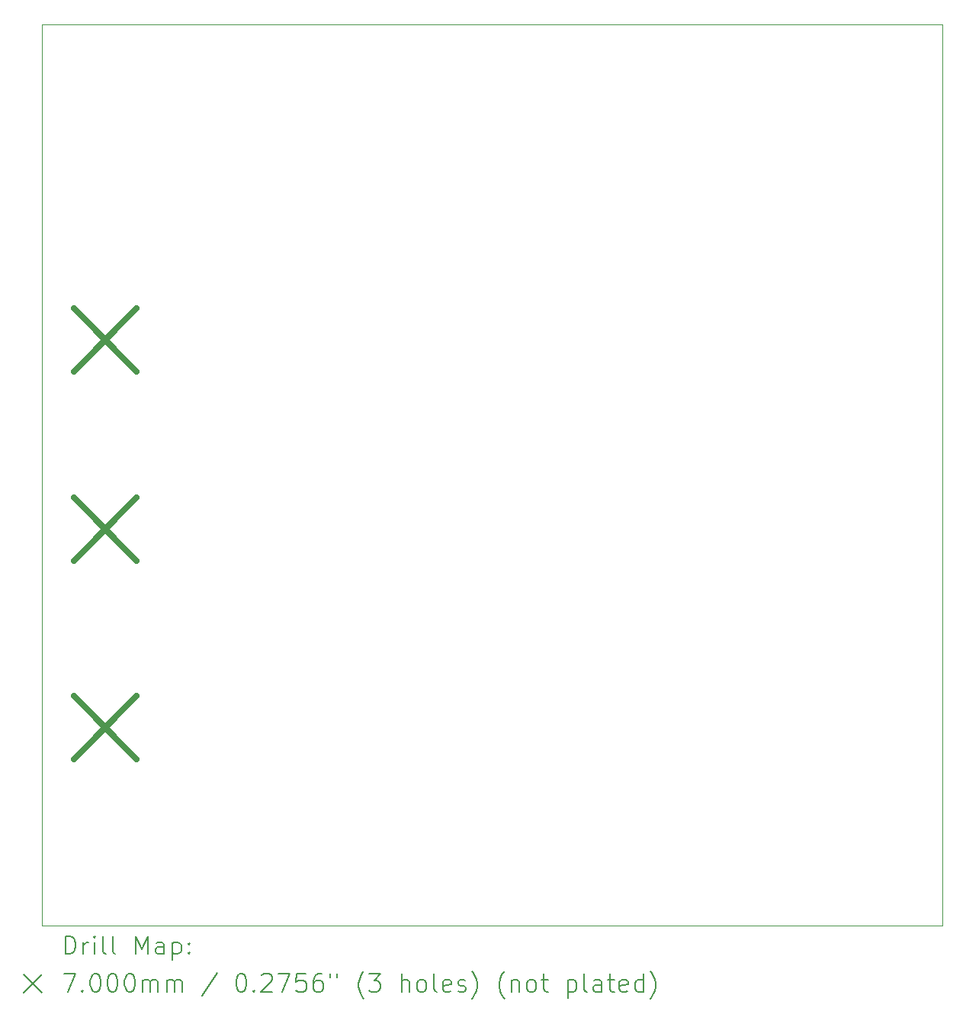
<source format=gbr>
%TF.GenerationSoftware,KiCad,Pcbnew,7.0.11+dfsg-1build4*%
%TF.CreationDate,2025-01-11T13:27:20-06:00*%
%TF.ProjectId,InductorAntenna,496e6475-6374-46f7-9241-6e74656e6e61,rev?*%
%TF.SameCoordinates,Original*%
%TF.FileFunction,Drillmap*%
%TF.FilePolarity,Positive*%
%FSLAX45Y45*%
G04 Gerber Fmt 4.5, Leading zero omitted, Abs format (unit mm)*
G04 Created by KiCad (PCBNEW 7.0.11+dfsg-1build4) date 2025-01-11 13:27:20*
%MOMM*%
%LPD*%
G01*
G04 APERTURE LIST*
%ADD10C,0.050000*%
%ADD11C,0.200000*%
%ADD12C,0.700000*%
G04 APERTURE END LIST*
D10*
X15000000Y-5000000D02*
X15000000Y-15000000D01*
X5000000Y-5000000D02*
X15000000Y-5000000D01*
X15000000Y-15000000D02*
X5000000Y-15000000D01*
X5000000Y-15000000D02*
X5000000Y-5000000D01*
D11*
D12*
X5350000Y-8150000D02*
X6050000Y-8850000D01*
X6050000Y-8150000D02*
X5350000Y-8850000D01*
X5350000Y-10250000D02*
X6050000Y-10950000D01*
X6050000Y-10250000D02*
X5350000Y-10950000D01*
X5350000Y-12450000D02*
X6050000Y-13150000D01*
X6050000Y-12450000D02*
X5350000Y-13150000D01*
D11*
X5258277Y-15313984D02*
X5258277Y-15113984D01*
X5258277Y-15113984D02*
X5305896Y-15113984D01*
X5305896Y-15113984D02*
X5334467Y-15123508D01*
X5334467Y-15123508D02*
X5353515Y-15142555D01*
X5353515Y-15142555D02*
X5363039Y-15161603D01*
X5363039Y-15161603D02*
X5372563Y-15199698D01*
X5372563Y-15199698D02*
X5372563Y-15228269D01*
X5372563Y-15228269D02*
X5363039Y-15266365D01*
X5363039Y-15266365D02*
X5353515Y-15285412D01*
X5353515Y-15285412D02*
X5334467Y-15304460D01*
X5334467Y-15304460D02*
X5305896Y-15313984D01*
X5305896Y-15313984D02*
X5258277Y-15313984D01*
X5458277Y-15313984D02*
X5458277Y-15180650D01*
X5458277Y-15218746D02*
X5467801Y-15199698D01*
X5467801Y-15199698D02*
X5477324Y-15190174D01*
X5477324Y-15190174D02*
X5496372Y-15180650D01*
X5496372Y-15180650D02*
X5515420Y-15180650D01*
X5582086Y-15313984D02*
X5582086Y-15180650D01*
X5582086Y-15113984D02*
X5572563Y-15123508D01*
X5572563Y-15123508D02*
X5582086Y-15133031D01*
X5582086Y-15133031D02*
X5591610Y-15123508D01*
X5591610Y-15123508D02*
X5582086Y-15113984D01*
X5582086Y-15113984D02*
X5582086Y-15133031D01*
X5705896Y-15313984D02*
X5686848Y-15304460D01*
X5686848Y-15304460D02*
X5677324Y-15285412D01*
X5677324Y-15285412D02*
X5677324Y-15113984D01*
X5810658Y-15313984D02*
X5791610Y-15304460D01*
X5791610Y-15304460D02*
X5782086Y-15285412D01*
X5782086Y-15285412D02*
X5782086Y-15113984D01*
X6039229Y-15313984D02*
X6039229Y-15113984D01*
X6039229Y-15113984D02*
X6105896Y-15256841D01*
X6105896Y-15256841D02*
X6172562Y-15113984D01*
X6172562Y-15113984D02*
X6172562Y-15313984D01*
X6353515Y-15313984D02*
X6353515Y-15209222D01*
X6353515Y-15209222D02*
X6343991Y-15190174D01*
X6343991Y-15190174D02*
X6324943Y-15180650D01*
X6324943Y-15180650D02*
X6286848Y-15180650D01*
X6286848Y-15180650D02*
X6267801Y-15190174D01*
X6353515Y-15304460D02*
X6334467Y-15313984D01*
X6334467Y-15313984D02*
X6286848Y-15313984D01*
X6286848Y-15313984D02*
X6267801Y-15304460D01*
X6267801Y-15304460D02*
X6258277Y-15285412D01*
X6258277Y-15285412D02*
X6258277Y-15266365D01*
X6258277Y-15266365D02*
X6267801Y-15247317D01*
X6267801Y-15247317D02*
X6286848Y-15237793D01*
X6286848Y-15237793D02*
X6334467Y-15237793D01*
X6334467Y-15237793D02*
X6353515Y-15228269D01*
X6448753Y-15180650D02*
X6448753Y-15380650D01*
X6448753Y-15190174D02*
X6467801Y-15180650D01*
X6467801Y-15180650D02*
X6505896Y-15180650D01*
X6505896Y-15180650D02*
X6524943Y-15190174D01*
X6524943Y-15190174D02*
X6534467Y-15199698D01*
X6534467Y-15199698D02*
X6543991Y-15218746D01*
X6543991Y-15218746D02*
X6543991Y-15275888D01*
X6543991Y-15275888D02*
X6534467Y-15294936D01*
X6534467Y-15294936D02*
X6524943Y-15304460D01*
X6524943Y-15304460D02*
X6505896Y-15313984D01*
X6505896Y-15313984D02*
X6467801Y-15313984D01*
X6467801Y-15313984D02*
X6448753Y-15304460D01*
X6629705Y-15294936D02*
X6639229Y-15304460D01*
X6639229Y-15304460D02*
X6629705Y-15313984D01*
X6629705Y-15313984D02*
X6620182Y-15304460D01*
X6620182Y-15304460D02*
X6629705Y-15294936D01*
X6629705Y-15294936D02*
X6629705Y-15313984D01*
X6629705Y-15190174D02*
X6639229Y-15199698D01*
X6639229Y-15199698D02*
X6629705Y-15209222D01*
X6629705Y-15209222D02*
X6620182Y-15199698D01*
X6620182Y-15199698D02*
X6629705Y-15190174D01*
X6629705Y-15190174D02*
X6629705Y-15209222D01*
X4797500Y-15542500D02*
X4997500Y-15742500D01*
X4997500Y-15542500D02*
X4797500Y-15742500D01*
X5239229Y-15533984D02*
X5372563Y-15533984D01*
X5372563Y-15533984D02*
X5286848Y-15733984D01*
X5448753Y-15714936D02*
X5458277Y-15724460D01*
X5458277Y-15724460D02*
X5448753Y-15733984D01*
X5448753Y-15733984D02*
X5439229Y-15724460D01*
X5439229Y-15724460D02*
X5448753Y-15714936D01*
X5448753Y-15714936D02*
X5448753Y-15733984D01*
X5582086Y-15533984D02*
X5601134Y-15533984D01*
X5601134Y-15533984D02*
X5620182Y-15543508D01*
X5620182Y-15543508D02*
X5629705Y-15553031D01*
X5629705Y-15553031D02*
X5639229Y-15572079D01*
X5639229Y-15572079D02*
X5648753Y-15610174D01*
X5648753Y-15610174D02*
X5648753Y-15657793D01*
X5648753Y-15657793D02*
X5639229Y-15695888D01*
X5639229Y-15695888D02*
X5629705Y-15714936D01*
X5629705Y-15714936D02*
X5620182Y-15724460D01*
X5620182Y-15724460D02*
X5601134Y-15733984D01*
X5601134Y-15733984D02*
X5582086Y-15733984D01*
X5582086Y-15733984D02*
X5563039Y-15724460D01*
X5563039Y-15724460D02*
X5553515Y-15714936D01*
X5553515Y-15714936D02*
X5543991Y-15695888D01*
X5543991Y-15695888D02*
X5534467Y-15657793D01*
X5534467Y-15657793D02*
X5534467Y-15610174D01*
X5534467Y-15610174D02*
X5543991Y-15572079D01*
X5543991Y-15572079D02*
X5553515Y-15553031D01*
X5553515Y-15553031D02*
X5563039Y-15543508D01*
X5563039Y-15543508D02*
X5582086Y-15533984D01*
X5772562Y-15533984D02*
X5791610Y-15533984D01*
X5791610Y-15533984D02*
X5810658Y-15543508D01*
X5810658Y-15543508D02*
X5820182Y-15553031D01*
X5820182Y-15553031D02*
X5829705Y-15572079D01*
X5829705Y-15572079D02*
X5839229Y-15610174D01*
X5839229Y-15610174D02*
X5839229Y-15657793D01*
X5839229Y-15657793D02*
X5829705Y-15695888D01*
X5829705Y-15695888D02*
X5820182Y-15714936D01*
X5820182Y-15714936D02*
X5810658Y-15724460D01*
X5810658Y-15724460D02*
X5791610Y-15733984D01*
X5791610Y-15733984D02*
X5772562Y-15733984D01*
X5772562Y-15733984D02*
X5753515Y-15724460D01*
X5753515Y-15724460D02*
X5743991Y-15714936D01*
X5743991Y-15714936D02*
X5734467Y-15695888D01*
X5734467Y-15695888D02*
X5724943Y-15657793D01*
X5724943Y-15657793D02*
X5724943Y-15610174D01*
X5724943Y-15610174D02*
X5734467Y-15572079D01*
X5734467Y-15572079D02*
X5743991Y-15553031D01*
X5743991Y-15553031D02*
X5753515Y-15543508D01*
X5753515Y-15543508D02*
X5772562Y-15533984D01*
X5963039Y-15533984D02*
X5982086Y-15533984D01*
X5982086Y-15533984D02*
X6001134Y-15543508D01*
X6001134Y-15543508D02*
X6010658Y-15553031D01*
X6010658Y-15553031D02*
X6020182Y-15572079D01*
X6020182Y-15572079D02*
X6029705Y-15610174D01*
X6029705Y-15610174D02*
X6029705Y-15657793D01*
X6029705Y-15657793D02*
X6020182Y-15695888D01*
X6020182Y-15695888D02*
X6010658Y-15714936D01*
X6010658Y-15714936D02*
X6001134Y-15724460D01*
X6001134Y-15724460D02*
X5982086Y-15733984D01*
X5982086Y-15733984D02*
X5963039Y-15733984D01*
X5963039Y-15733984D02*
X5943991Y-15724460D01*
X5943991Y-15724460D02*
X5934467Y-15714936D01*
X5934467Y-15714936D02*
X5924943Y-15695888D01*
X5924943Y-15695888D02*
X5915420Y-15657793D01*
X5915420Y-15657793D02*
X5915420Y-15610174D01*
X5915420Y-15610174D02*
X5924943Y-15572079D01*
X5924943Y-15572079D02*
X5934467Y-15553031D01*
X5934467Y-15553031D02*
X5943991Y-15543508D01*
X5943991Y-15543508D02*
X5963039Y-15533984D01*
X6115420Y-15733984D02*
X6115420Y-15600650D01*
X6115420Y-15619698D02*
X6124943Y-15610174D01*
X6124943Y-15610174D02*
X6143991Y-15600650D01*
X6143991Y-15600650D02*
X6172563Y-15600650D01*
X6172563Y-15600650D02*
X6191610Y-15610174D01*
X6191610Y-15610174D02*
X6201134Y-15629222D01*
X6201134Y-15629222D02*
X6201134Y-15733984D01*
X6201134Y-15629222D02*
X6210658Y-15610174D01*
X6210658Y-15610174D02*
X6229705Y-15600650D01*
X6229705Y-15600650D02*
X6258277Y-15600650D01*
X6258277Y-15600650D02*
X6277324Y-15610174D01*
X6277324Y-15610174D02*
X6286848Y-15629222D01*
X6286848Y-15629222D02*
X6286848Y-15733984D01*
X6382086Y-15733984D02*
X6382086Y-15600650D01*
X6382086Y-15619698D02*
X6391610Y-15610174D01*
X6391610Y-15610174D02*
X6410658Y-15600650D01*
X6410658Y-15600650D02*
X6439229Y-15600650D01*
X6439229Y-15600650D02*
X6458277Y-15610174D01*
X6458277Y-15610174D02*
X6467801Y-15629222D01*
X6467801Y-15629222D02*
X6467801Y-15733984D01*
X6467801Y-15629222D02*
X6477324Y-15610174D01*
X6477324Y-15610174D02*
X6496372Y-15600650D01*
X6496372Y-15600650D02*
X6524943Y-15600650D01*
X6524943Y-15600650D02*
X6543991Y-15610174D01*
X6543991Y-15610174D02*
X6553515Y-15629222D01*
X6553515Y-15629222D02*
X6553515Y-15733984D01*
X6943991Y-15524460D02*
X6772563Y-15781603D01*
X7201134Y-15533984D02*
X7220182Y-15533984D01*
X7220182Y-15533984D02*
X7239229Y-15543508D01*
X7239229Y-15543508D02*
X7248753Y-15553031D01*
X7248753Y-15553031D02*
X7258277Y-15572079D01*
X7258277Y-15572079D02*
X7267801Y-15610174D01*
X7267801Y-15610174D02*
X7267801Y-15657793D01*
X7267801Y-15657793D02*
X7258277Y-15695888D01*
X7258277Y-15695888D02*
X7248753Y-15714936D01*
X7248753Y-15714936D02*
X7239229Y-15724460D01*
X7239229Y-15724460D02*
X7220182Y-15733984D01*
X7220182Y-15733984D02*
X7201134Y-15733984D01*
X7201134Y-15733984D02*
X7182086Y-15724460D01*
X7182086Y-15724460D02*
X7172563Y-15714936D01*
X7172563Y-15714936D02*
X7163039Y-15695888D01*
X7163039Y-15695888D02*
X7153515Y-15657793D01*
X7153515Y-15657793D02*
X7153515Y-15610174D01*
X7153515Y-15610174D02*
X7163039Y-15572079D01*
X7163039Y-15572079D02*
X7172563Y-15553031D01*
X7172563Y-15553031D02*
X7182086Y-15543508D01*
X7182086Y-15543508D02*
X7201134Y-15533984D01*
X7353515Y-15714936D02*
X7363039Y-15724460D01*
X7363039Y-15724460D02*
X7353515Y-15733984D01*
X7353515Y-15733984D02*
X7343991Y-15724460D01*
X7343991Y-15724460D02*
X7353515Y-15714936D01*
X7353515Y-15714936D02*
X7353515Y-15733984D01*
X7439229Y-15553031D02*
X7448753Y-15543508D01*
X7448753Y-15543508D02*
X7467801Y-15533984D01*
X7467801Y-15533984D02*
X7515420Y-15533984D01*
X7515420Y-15533984D02*
X7534467Y-15543508D01*
X7534467Y-15543508D02*
X7543991Y-15553031D01*
X7543991Y-15553031D02*
X7553515Y-15572079D01*
X7553515Y-15572079D02*
X7553515Y-15591127D01*
X7553515Y-15591127D02*
X7543991Y-15619698D01*
X7543991Y-15619698D02*
X7429706Y-15733984D01*
X7429706Y-15733984D02*
X7553515Y-15733984D01*
X7620182Y-15533984D02*
X7753515Y-15533984D01*
X7753515Y-15533984D02*
X7667801Y-15733984D01*
X7924944Y-15533984D02*
X7829706Y-15533984D01*
X7829706Y-15533984D02*
X7820182Y-15629222D01*
X7820182Y-15629222D02*
X7829706Y-15619698D01*
X7829706Y-15619698D02*
X7848753Y-15610174D01*
X7848753Y-15610174D02*
X7896372Y-15610174D01*
X7896372Y-15610174D02*
X7915420Y-15619698D01*
X7915420Y-15619698D02*
X7924944Y-15629222D01*
X7924944Y-15629222D02*
X7934467Y-15648269D01*
X7934467Y-15648269D02*
X7934467Y-15695888D01*
X7934467Y-15695888D02*
X7924944Y-15714936D01*
X7924944Y-15714936D02*
X7915420Y-15724460D01*
X7915420Y-15724460D02*
X7896372Y-15733984D01*
X7896372Y-15733984D02*
X7848753Y-15733984D01*
X7848753Y-15733984D02*
X7829706Y-15724460D01*
X7829706Y-15724460D02*
X7820182Y-15714936D01*
X8105896Y-15533984D02*
X8067801Y-15533984D01*
X8067801Y-15533984D02*
X8048753Y-15543508D01*
X8048753Y-15543508D02*
X8039229Y-15553031D01*
X8039229Y-15553031D02*
X8020182Y-15581603D01*
X8020182Y-15581603D02*
X8010658Y-15619698D01*
X8010658Y-15619698D02*
X8010658Y-15695888D01*
X8010658Y-15695888D02*
X8020182Y-15714936D01*
X8020182Y-15714936D02*
X8029706Y-15724460D01*
X8029706Y-15724460D02*
X8048753Y-15733984D01*
X8048753Y-15733984D02*
X8086848Y-15733984D01*
X8086848Y-15733984D02*
X8105896Y-15724460D01*
X8105896Y-15724460D02*
X8115420Y-15714936D01*
X8115420Y-15714936D02*
X8124944Y-15695888D01*
X8124944Y-15695888D02*
X8124944Y-15648269D01*
X8124944Y-15648269D02*
X8115420Y-15629222D01*
X8115420Y-15629222D02*
X8105896Y-15619698D01*
X8105896Y-15619698D02*
X8086848Y-15610174D01*
X8086848Y-15610174D02*
X8048753Y-15610174D01*
X8048753Y-15610174D02*
X8029706Y-15619698D01*
X8029706Y-15619698D02*
X8020182Y-15629222D01*
X8020182Y-15629222D02*
X8010658Y-15648269D01*
X8201134Y-15533984D02*
X8201134Y-15572079D01*
X8277325Y-15533984D02*
X8277325Y-15572079D01*
X8572563Y-15810174D02*
X8563039Y-15800650D01*
X8563039Y-15800650D02*
X8543991Y-15772079D01*
X8543991Y-15772079D02*
X8534468Y-15753031D01*
X8534468Y-15753031D02*
X8524944Y-15724460D01*
X8524944Y-15724460D02*
X8515420Y-15676841D01*
X8515420Y-15676841D02*
X8515420Y-15638746D01*
X8515420Y-15638746D02*
X8524944Y-15591127D01*
X8524944Y-15591127D02*
X8534468Y-15562555D01*
X8534468Y-15562555D02*
X8543991Y-15543508D01*
X8543991Y-15543508D02*
X8563039Y-15514936D01*
X8563039Y-15514936D02*
X8572563Y-15505412D01*
X8629706Y-15533984D02*
X8753515Y-15533984D01*
X8753515Y-15533984D02*
X8686849Y-15610174D01*
X8686849Y-15610174D02*
X8715420Y-15610174D01*
X8715420Y-15610174D02*
X8734468Y-15619698D01*
X8734468Y-15619698D02*
X8743991Y-15629222D01*
X8743991Y-15629222D02*
X8753515Y-15648269D01*
X8753515Y-15648269D02*
X8753515Y-15695888D01*
X8753515Y-15695888D02*
X8743991Y-15714936D01*
X8743991Y-15714936D02*
X8734468Y-15724460D01*
X8734468Y-15724460D02*
X8715420Y-15733984D01*
X8715420Y-15733984D02*
X8658277Y-15733984D01*
X8658277Y-15733984D02*
X8639230Y-15724460D01*
X8639230Y-15724460D02*
X8629706Y-15714936D01*
X8991611Y-15733984D02*
X8991611Y-15533984D01*
X9077325Y-15733984D02*
X9077325Y-15629222D01*
X9077325Y-15629222D02*
X9067801Y-15610174D01*
X9067801Y-15610174D02*
X9048753Y-15600650D01*
X9048753Y-15600650D02*
X9020182Y-15600650D01*
X9020182Y-15600650D02*
X9001134Y-15610174D01*
X9001134Y-15610174D02*
X8991611Y-15619698D01*
X9201134Y-15733984D02*
X9182087Y-15724460D01*
X9182087Y-15724460D02*
X9172563Y-15714936D01*
X9172563Y-15714936D02*
X9163039Y-15695888D01*
X9163039Y-15695888D02*
X9163039Y-15638746D01*
X9163039Y-15638746D02*
X9172563Y-15619698D01*
X9172563Y-15619698D02*
X9182087Y-15610174D01*
X9182087Y-15610174D02*
X9201134Y-15600650D01*
X9201134Y-15600650D02*
X9229706Y-15600650D01*
X9229706Y-15600650D02*
X9248753Y-15610174D01*
X9248753Y-15610174D02*
X9258277Y-15619698D01*
X9258277Y-15619698D02*
X9267801Y-15638746D01*
X9267801Y-15638746D02*
X9267801Y-15695888D01*
X9267801Y-15695888D02*
X9258277Y-15714936D01*
X9258277Y-15714936D02*
X9248753Y-15724460D01*
X9248753Y-15724460D02*
X9229706Y-15733984D01*
X9229706Y-15733984D02*
X9201134Y-15733984D01*
X9382087Y-15733984D02*
X9363039Y-15724460D01*
X9363039Y-15724460D02*
X9353515Y-15705412D01*
X9353515Y-15705412D02*
X9353515Y-15533984D01*
X9534468Y-15724460D02*
X9515420Y-15733984D01*
X9515420Y-15733984D02*
X9477325Y-15733984D01*
X9477325Y-15733984D02*
X9458277Y-15724460D01*
X9458277Y-15724460D02*
X9448753Y-15705412D01*
X9448753Y-15705412D02*
X9448753Y-15629222D01*
X9448753Y-15629222D02*
X9458277Y-15610174D01*
X9458277Y-15610174D02*
X9477325Y-15600650D01*
X9477325Y-15600650D02*
X9515420Y-15600650D01*
X9515420Y-15600650D02*
X9534468Y-15610174D01*
X9534468Y-15610174D02*
X9543992Y-15629222D01*
X9543992Y-15629222D02*
X9543992Y-15648269D01*
X9543992Y-15648269D02*
X9448753Y-15667317D01*
X9620182Y-15724460D02*
X9639230Y-15733984D01*
X9639230Y-15733984D02*
X9677325Y-15733984D01*
X9677325Y-15733984D02*
X9696373Y-15724460D01*
X9696373Y-15724460D02*
X9705896Y-15705412D01*
X9705896Y-15705412D02*
X9705896Y-15695888D01*
X9705896Y-15695888D02*
X9696373Y-15676841D01*
X9696373Y-15676841D02*
X9677325Y-15667317D01*
X9677325Y-15667317D02*
X9648753Y-15667317D01*
X9648753Y-15667317D02*
X9629706Y-15657793D01*
X9629706Y-15657793D02*
X9620182Y-15638746D01*
X9620182Y-15638746D02*
X9620182Y-15629222D01*
X9620182Y-15629222D02*
X9629706Y-15610174D01*
X9629706Y-15610174D02*
X9648753Y-15600650D01*
X9648753Y-15600650D02*
X9677325Y-15600650D01*
X9677325Y-15600650D02*
X9696373Y-15610174D01*
X9772563Y-15810174D02*
X9782087Y-15800650D01*
X9782087Y-15800650D02*
X9801134Y-15772079D01*
X9801134Y-15772079D02*
X9810658Y-15753031D01*
X9810658Y-15753031D02*
X9820182Y-15724460D01*
X9820182Y-15724460D02*
X9829706Y-15676841D01*
X9829706Y-15676841D02*
X9829706Y-15638746D01*
X9829706Y-15638746D02*
X9820182Y-15591127D01*
X9820182Y-15591127D02*
X9810658Y-15562555D01*
X9810658Y-15562555D02*
X9801134Y-15543508D01*
X9801134Y-15543508D02*
X9782087Y-15514936D01*
X9782087Y-15514936D02*
X9772563Y-15505412D01*
X10134468Y-15810174D02*
X10124944Y-15800650D01*
X10124944Y-15800650D02*
X10105896Y-15772079D01*
X10105896Y-15772079D02*
X10096373Y-15753031D01*
X10096373Y-15753031D02*
X10086849Y-15724460D01*
X10086849Y-15724460D02*
X10077325Y-15676841D01*
X10077325Y-15676841D02*
X10077325Y-15638746D01*
X10077325Y-15638746D02*
X10086849Y-15591127D01*
X10086849Y-15591127D02*
X10096373Y-15562555D01*
X10096373Y-15562555D02*
X10105896Y-15543508D01*
X10105896Y-15543508D02*
X10124944Y-15514936D01*
X10124944Y-15514936D02*
X10134468Y-15505412D01*
X10210658Y-15600650D02*
X10210658Y-15733984D01*
X10210658Y-15619698D02*
X10220182Y-15610174D01*
X10220182Y-15610174D02*
X10239230Y-15600650D01*
X10239230Y-15600650D02*
X10267801Y-15600650D01*
X10267801Y-15600650D02*
X10286849Y-15610174D01*
X10286849Y-15610174D02*
X10296373Y-15629222D01*
X10296373Y-15629222D02*
X10296373Y-15733984D01*
X10420182Y-15733984D02*
X10401134Y-15724460D01*
X10401134Y-15724460D02*
X10391611Y-15714936D01*
X10391611Y-15714936D02*
X10382087Y-15695888D01*
X10382087Y-15695888D02*
X10382087Y-15638746D01*
X10382087Y-15638746D02*
X10391611Y-15619698D01*
X10391611Y-15619698D02*
X10401134Y-15610174D01*
X10401134Y-15610174D02*
X10420182Y-15600650D01*
X10420182Y-15600650D02*
X10448754Y-15600650D01*
X10448754Y-15600650D02*
X10467801Y-15610174D01*
X10467801Y-15610174D02*
X10477325Y-15619698D01*
X10477325Y-15619698D02*
X10486849Y-15638746D01*
X10486849Y-15638746D02*
X10486849Y-15695888D01*
X10486849Y-15695888D02*
X10477325Y-15714936D01*
X10477325Y-15714936D02*
X10467801Y-15724460D01*
X10467801Y-15724460D02*
X10448754Y-15733984D01*
X10448754Y-15733984D02*
X10420182Y-15733984D01*
X10543992Y-15600650D02*
X10620182Y-15600650D01*
X10572563Y-15533984D02*
X10572563Y-15705412D01*
X10572563Y-15705412D02*
X10582087Y-15724460D01*
X10582087Y-15724460D02*
X10601134Y-15733984D01*
X10601134Y-15733984D02*
X10620182Y-15733984D01*
X10839230Y-15600650D02*
X10839230Y-15800650D01*
X10839230Y-15610174D02*
X10858277Y-15600650D01*
X10858277Y-15600650D02*
X10896373Y-15600650D01*
X10896373Y-15600650D02*
X10915420Y-15610174D01*
X10915420Y-15610174D02*
X10924944Y-15619698D01*
X10924944Y-15619698D02*
X10934468Y-15638746D01*
X10934468Y-15638746D02*
X10934468Y-15695888D01*
X10934468Y-15695888D02*
X10924944Y-15714936D01*
X10924944Y-15714936D02*
X10915420Y-15724460D01*
X10915420Y-15724460D02*
X10896373Y-15733984D01*
X10896373Y-15733984D02*
X10858277Y-15733984D01*
X10858277Y-15733984D02*
X10839230Y-15724460D01*
X11048754Y-15733984D02*
X11029706Y-15724460D01*
X11029706Y-15724460D02*
X11020182Y-15705412D01*
X11020182Y-15705412D02*
X11020182Y-15533984D01*
X11210658Y-15733984D02*
X11210658Y-15629222D01*
X11210658Y-15629222D02*
X11201134Y-15610174D01*
X11201134Y-15610174D02*
X11182087Y-15600650D01*
X11182087Y-15600650D02*
X11143992Y-15600650D01*
X11143992Y-15600650D02*
X11124944Y-15610174D01*
X11210658Y-15724460D02*
X11191611Y-15733984D01*
X11191611Y-15733984D02*
X11143992Y-15733984D01*
X11143992Y-15733984D02*
X11124944Y-15724460D01*
X11124944Y-15724460D02*
X11115420Y-15705412D01*
X11115420Y-15705412D02*
X11115420Y-15686365D01*
X11115420Y-15686365D02*
X11124944Y-15667317D01*
X11124944Y-15667317D02*
X11143992Y-15657793D01*
X11143992Y-15657793D02*
X11191611Y-15657793D01*
X11191611Y-15657793D02*
X11210658Y-15648269D01*
X11277325Y-15600650D02*
X11353515Y-15600650D01*
X11305896Y-15533984D02*
X11305896Y-15705412D01*
X11305896Y-15705412D02*
X11315420Y-15724460D01*
X11315420Y-15724460D02*
X11334468Y-15733984D01*
X11334468Y-15733984D02*
X11353515Y-15733984D01*
X11496373Y-15724460D02*
X11477325Y-15733984D01*
X11477325Y-15733984D02*
X11439230Y-15733984D01*
X11439230Y-15733984D02*
X11420182Y-15724460D01*
X11420182Y-15724460D02*
X11410658Y-15705412D01*
X11410658Y-15705412D02*
X11410658Y-15629222D01*
X11410658Y-15629222D02*
X11420182Y-15610174D01*
X11420182Y-15610174D02*
X11439230Y-15600650D01*
X11439230Y-15600650D02*
X11477325Y-15600650D01*
X11477325Y-15600650D02*
X11496373Y-15610174D01*
X11496373Y-15610174D02*
X11505896Y-15629222D01*
X11505896Y-15629222D02*
X11505896Y-15648269D01*
X11505896Y-15648269D02*
X11410658Y-15667317D01*
X11677325Y-15733984D02*
X11677325Y-15533984D01*
X11677325Y-15724460D02*
X11658277Y-15733984D01*
X11658277Y-15733984D02*
X11620182Y-15733984D01*
X11620182Y-15733984D02*
X11601134Y-15724460D01*
X11601134Y-15724460D02*
X11591611Y-15714936D01*
X11591611Y-15714936D02*
X11582087Y-15695888D01*
X11582087Y-15695888D02*
X11582087Y-15638746D01*
X11582087Y-15638746D02*
X11591611Y-15619698D01*
X11591611Y-15619698D02*
X11601134Y-15610174D01*
X11601134Y-15610174D02*
X11620182Y-15600650D01*
X11620182Y-15600650D02*
X11658277Y-15600650D01*
X11658277Y-15600650D02*
X11677325Y-15610174D01*
X11753515Y-15810174D02*
X11763039Y-15800650D01*
X11763039Y-15800650D02*
X11782087Y-15772079D01*
X11782087Y-15772079D02*
X11791611Y-15753031D01*
X11791611Y-15753031D02*
X11801134Y-15724460D01*
X11801134Y-15724460D02*
X11810658Y-15676841D01*
X11810658Y-15676841D02*
X11810658Y-15638746D01*
X11810658Y-15638746D02*
X11801134Y-15591127D01*
X11801134Y-15591127D02*
X11791611Y-15562555D01*
X11791611Y-15562555D02*
X11782087Y-15543508D01*
X11782087Y-15543508D02*
X11763039Y-15514936D01*
X11763039Y-15514936D02*
X11753515Y-15505412D01*
M02*

</source>
